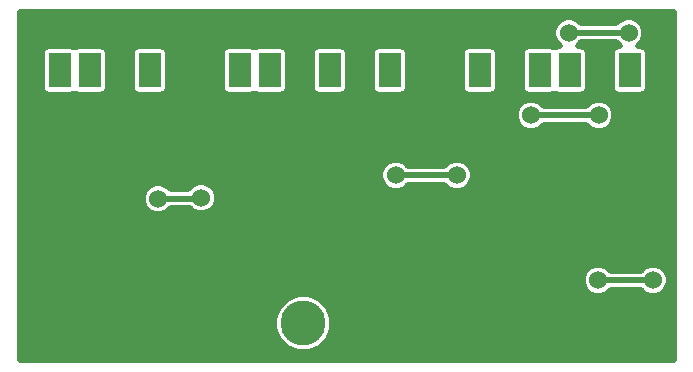
<source format=gbr>
G04 #@! TF.GenerationSoftware,KiCad,Pcbnew,(5.0.0)*
G04 #@! TF.CreationDate,2018-09-03T02:12:29-03:00*
G04 #@! TF.ProjectId,Signal,5369676E616C2E6B696361645F706362,rev?*
G04 #@! TF.SameCoordinates,Original*
G04 #@! TF.FileFunction,Copper,L1,Top,Signal*
G04 #@! TF.FilePolarity,Positive*
%FSLAX46Y46*%
G04 Gerber Fmt 4.6, Leading zero omitted, Abs format (unit mm)*
G04 Created by KiCad (PCBNEW (5.0.0)) date 09/03/18 02:12:29*
%MOMM*%
%LPD*%
G01*
G04 APERTURE LIST*
G04 #@! TA.AperFunction,ComponentPad*
%ADD10R,1.900000X3.000000*%
G04 #@! TD*
G04 #@! TA.AperFunction,ComponentPad*
%ADD11C,3.800000*%
G04 #@! TD*
G04 #@! TA.AperFunction,ViaPad*
%ADD12C,1.524000*%
G04 #@! TD*
G04 #@! TA.AperFunction,Conductor*
%ADD13C,0.508000*%
G04 #@! TD*
G04 APERTURE END LIST*
D10*
G04 #@! TO.P,U2,14*
G04 #@! TO.N,/BatOVInterrupt*
X68017005Y-19064395D03*
G04 #@! TO.P,U2,13*
G04 #@! TO.N,/Vbat*
X62937005Y-19064395D03*
G04 #@! TO.P,U2,12*
G04 #@! TO.N,GNDA*
X60397005Y-19064395D03*
G04 #@! TO.P,U2,11*
X57857005Y-19064395D03*
G04 #@! TO.P,U2,10*
G04 #@! TO.N,/Vbat_SIG_IN*
X55317005Y-19064395D03*
G04 #@! TO.P,U2,9*
G04 #@! TO.N,/Ipanel*
X50237005Y-19064395D03*
G04 #@! TO.P,U2,8*
G04 #@! TO.N,GNDA*
X47697005Y-19064395D03*
G04 #@! TO.P,U2,7*
G04 #@! TO.N,/Ipanel_Ref*
X45157005Y-19064395D03*
G04 #@! TO.P,U2,6*
G04 #@! TO.N,/Ipanel_SIG*
X42617005Y-19064395D03*
G04 #@! TO.P,U2,5*
G04 #@! TO.N,GNDA*
X40077005Y-19064395D03*
G04 #@! TO.P,U2,4*
G04 #@! TO.N,/Vpanel*
X34997005Y-19064395D03*
G04 #@! TO.P,U2,3*
G04 #@! TO.N,GNDA*
X32457005Y-19064395D03*
G04 #@! TO.P,U2,2*
G04 #@! TO.N,/Vpanel_SIG*
X29917005Y-19064395D03*
G04 #@! TO.P,U2,1*
G04 #@! TO.N,/Vpanel_Ref*
X27377005Y-19064395D03*
G04 #@! TO.P,U2,15*
G04 #@! TO.N,/PWM*
X70557005Y-19064395D03*
G04 #@! TO.P,U2,16*
G04 #@! TO.N,GNDA*
X73097005Y-19064395D03*
G04 #@! TO.P,U2,17*
G04 #@! TO.N,+5VA*
X75637005Y-19064395D03*
G04 #@! TD*
D11*
G04 #@! TO.P,MK1,1*
G04 #@! TO.N,N/C*
X48006000Y-40482000D03*
G04 #@! TD*
D12*
G04 #@! TO.N,GNDA*
X35726000Y-32008002D03*
X62865000Y-29845000D03*
X57734190Y-29845000D03*
X40894000Y-32004000D03*
G04 #@! TO.N,+5VA*
X35726000Y-29929187D03*
X67310000Y-22860000D03*
X39370000Y-29845000D03*
X73025000Y-22860000D03*
G04 #@! TO.N,/BatOVInterrupt*
X72974200Y-36830000D03*
X75565000Y-15875000D03*
X70485000Y-15875000D03*
X77623188Y-36830000D03*
G04 #@! TO.N,/Vbat_SIG_IN*
X61010810Y-27939998D03*
X55829190Y-27940000D03*
G04 #@! TD*
D13*
G04 #@! TO.N,GNDA*
X35730002Y-32004000D02*
X35726000Y-32008002D01*
X62865000Y-29845000D02*
X57734190Y-29845000D01*
X40889998Y-32008002D02*
X40894000Y-32004000D01*
X35726000Y-32008002D02*
X40889998Y-32008002D01*
G04 #@! TO.N,+5VA*
X38875613Y-29929187D02*
X39296800Y-29508000D01*
X35726000Y-29929187D02*
X38875613Y-29929187D01*
X35768813Y-29972000D02*
X35726000Y-29929187D01*
X67310000Y-22860000D02*
X73025000Y-22860000D01*
G04 #@! TO.N,/BatOVInterrupt*
X75565000Y-15875000D02*
X70485000Y-15875000D01*
X72974200Y-36830000D02*
X77623188Y-36830000D01*
G04 #@! TO.N,/Vbat_SIG_IN*
X55829192Y-27939998D02*
X55829190Y-27940000D01*
X61010810Y-27939998D02*
X55829192Y-27939998D01*
G04 #@! TD*
G04 #@! TO.N,GNDA*
G36*
X79401200Y-43587200D02*
X23976800Y-43587200D01*
X23976800Y-39992914D01*
X45547200Y-39992914D01*
X45547200Y-40971086D01*
X45921530Y-41874798D01*
X46613202Y-42566470D01*
X47516914Y-42940800D01*
X48495086Y-42940800D01*
X49398798Y-42566470D01*
X50090470Y-41874798D01*
X50464800Y-40971086D01*
X50464800Y-39992914D01*
X50090470Y-39089202D01*
X49398798Y-38397530D01*
X48495086Y-38023200D01*
X47516914Y-38023200D01*
X46613202Y-38397530D01*
X45921530Y-39089202D01*
X45547200Y-39992914D01*
X23976800Y-39992914D01*
X23976800Y-36567277D01*
X71653400Y-36567277D01*
X71653400Y-37092723D01*
X71854480Y-37578173D01*
X72226027Y-37949720D01*
X72711477Y-38150800D01*
X73236923Y-38150800D01*
X73722373Y-37949720D01*
X74029293Y-37642800D01*
X76568095Y-37642800D01*
X76875015Y-37949720D01*
X77360465Y-38150800D01*
X77885911Y-38150800D01*
X78371361Y-37949720D01*
X78742908Y-37578173D01*
X78943988Y-37092723D01*
X78943988Y-36567277D01*
X78742908Y-36081827D01*
X78371361Y-35710280D01*
X77885911Y-35509200D01*
X77360465Y-35509200D01*
X76875015Y-35710280D01*
X76568095Y-36017200D01*
X74029293Y-36017200D01*
X73722373Y-35710280D01*
X73236923Y-35509200D01*
X72711477Y-35509200D01*
X72226027Y-35710280D01*
X71854480Y-36081827D01*
X71653400Y-36567277D01*
X23976800Y-36567277D01*
X23976800Y-29666464D01*
X34405200Y-29666464D01*
X34405200Y-30191910D01*
X34606280Y-30677360D01*
X34977827Y-31048907D01*
X35463277Y-31249987D01*
X35988723Y-31249987D01*
X36474173Y-31048907D01*
X36781093Y-30741987D01*
X38399094Y-30741987D01*
X38621827Y-30964720D01*
X39107277Y-31165800D01*
X39632723Y-31165800D01*
X40118173Y-30964720D01*
X40489720Y-30593173D01*
X40690800Y-30107723D01*
X40690800Y-29582277D01*
X40489720Y-29096827D01*
X40118173Y-28725280D01*
X39632723Y-28524200D01*
X39107277Y-28524200D01*
X38621827Y-28725280D01*
X38250280Y-29096827D01*
X38242178Y-29116387D01*
X36781093Y-29116387D01*
X36474173Y-28809467D01*
X35988723Y-28608387D01*
X35463277Y-28608387D01*
X34977827Y-28809467D01*
X34606280Y-29181014D01*
X34405200Y-29666464D01*
X23976800Y-29666464D01*
X23976800Y-27677277D01*
X54508390Y-27677277D01*
X54508390Y-28202723D01*
X54709470Y-28688173D01*
X55081017Y-29059720D01*
X55566467Y-29260800D01*
X56091913Y-29260800D01*
X56577363Y-29059720D01*
X56884285Y-28752798D01*
X59955717Y-28752798D01*
X60262637Y-29059718D01*
X60748087Y-29260798D01*
X61273533Y-29260798D01*
X61758983Y-29059718D01*
X62130530Y-28688171D01*
X62331610Y-28202721D01*
X62331610Y-27677275D01*
X62130530Y-27191825D01*
X61758983Y-26820278D01*
X61273533Y-26619198D01*
X60748087Y-26619198D01*
X60262637Y-26820278D01*
X59955717Y-27127198D01*
X56884281Y-27127198D01*
X56577363Y-26820280D01*
X56091913Y-26619200D01*
X55566467Y-26619200D01*
X55081017Y-26820280D01*
X54709470Y-27191827D01*
X54508390Y-27677277D01*
X23976800Y-27677277D01*
X23976800Y-22597277D01*
X65989200Y-22597277D01*
X65989200Y-23122723D01*
X66190280Y-23608173D01*
X66561827Y-23979720D01*
X67047277Y-24180800D01*
X67572723Y-24180800D01*
X68058173Y-23979720D01*
X68365093Y-23672800D01*
X71969907Y-23672800D01*
X72276827Y-23979720D01*
X72762277Y-24180800D01*
X73287723Y-24180800D01*
X73773173Y-23979720D01*
X74144720Y-23608173D01*
X74345800Y-23122723D01*
X74345800Y-22597277D01*
X74144720Y-22111827D01*
X73773173Y-21740280D01*
X73287723Y-21539200D01*
X72762277Y-21539200D01*
X72276827Y-21740280D01*
X71969907Y-22047200D01*
X68365093Y-22047200D01*
X68058173Y-21740280D01*
X67572723Y-21539200D01*
X67047277Y-21539200D01*
X66561827Y-21740280D01*
X66190280Y-22111827D01*
X65989200Y-22597277D01*
X23976800Y-22597277D01*
X23976800Y-17564395D01*
X25857258Y-17564395D01*
X25857258Y-20564395D01*
X25900627Y-20782428D01*
X26024133Y-20967267D01*
X26208972Y-21090773D01*
X26427005Y-21134142D01*
X28327005Y-21134142D01*
X28545038Y-21090773D01*
X28647005Y-21022641D01*
X28748972Y-21090773D01*
X28967005Y-21134142D01*
X30867005Y-21134142D01*
X31085038Y-21090773D01*
X31269877Y-20967267D01*
X31393383Y-20782428D01*
X31436752Y-20564395D01*
X31436752Y-17564395D01*
X33477258Y-17564395D01*
X33477258Y-20564395D01*
X33520627Y-20782428D01*
X33644133Y-20967267D01*
X33828972Y-21090773D01*
X34047005Y-21134142D01*
X35947005Y-21134142D01*
X36165038Y-21090773D01*
X36349877Y-20967267D01*
X36473383Y-20782428D01*
X36516752Y-20564395D01*
X36516752Y-17564395D01*
X41097258Y-17564395D01*
X41097258Y-20564395D01*
X41140627Y-20782428D01*
X41264133Y-20967267D01*
X41448972Y-21090773D01*
X41667005Y-21134142D01*
X43567005Y-21134142D01*
X43785038Y-21090773D01*
X43887005Y-21022641D01*
X43988972Y-21090773D01*
X44207005Y-21134142D01*
X46107005Y-21134142D01*
X46325038Y-21090773D01*
X46509877Y-20967267D01*
X46633383Y-20782428D01*
X46676752Y-20564395D01*
X46676752Y-17564395D01*
X48717258Y-17564395D01*
X48717258Y-20564395D01*
X48760627Y-20782428D01*
X48884133Y-20967267D01*
X49068972Y-21090773D01*
X49287005Y-21134142D01*
X51187005Y-21134142D01*
X51405038Y-21090773D01*
X51589877Y-20967267D01*
X51713383Y-20782428D01*
X51756752Y-20564395D01*
X51756752Y-17564395D01*
X53797258Y-17564395D01*
X53797258Y-20564395D01*
X53840627Y-20782428D01*
X53964133Y-20967267D01*
X54148972Y-21090773D01*
X54367005Y-21134142D01*
X56267005Y-21134142D01*
X56485038Y-21090773D01*
X56669877Y-20967267D01*
X56793383Y-20782428D01*
X56836752Y-20564395D01*
X56836752Y-17564395D01*
X61417258Y-17564395D01*
X61417258Y-20564395D01*
X61460627Y-20782428D01*
X61584133Y-20967267D01*
X61768972Y-21090773D01*
X61987005Y-21134142D01*
X63887005Y-21134142D01*
X64105038Y-21090773D01*
X64289877Y-20967267D01*
X64413383Y-20782428D01*
X64456752Y-20564395D01*
X64456752Y-17564395D01*
X66497258Y-17564395D01*
X66497258Y-20564395D01*
X66540627Y-20782428D01*
X66664133Y-20967267D01*
X66848972Y-21090773D01*
X67067005Y-21134142D01*
X68967005Y-21134142D01*
X69185038Y-21090773D01*
X69287005Y-21022641D01*
X69388972Y-21090773D01*
X69607005Y-21134142D01*
X71507005Y-21134142D01*
X71725038Y-21090773D01*
X71909877Y-20967267D01*
X72033383Y-20782428D01*
X72076752Y-20564395D01*
X72076752Y-17564395D01*
X72033383Y-17346362D01*
X71909877Y-17161523D01*
X71725038Y-17038017D01*
X71507005Y-16994648D01*
X71233245Y-16994648D01*
X71540093Y-16687800D01*
X74509907Y-16687800D01*
X74816755Y-16994648D01*
X74687005Y-16994648D01*
X74468972Y-17038017D01*
X74284133Y-17161523D01*
X74160627Y-17346362D01*
X74117258Y-17564395D01*
X74117258Y-20564395D01*
X74160627Y-20782428D01*
X74284133Y-20967267D01*
X74468972Y-21090773D01*
X74687005Y-21134142D01*
X76587005Y-21134142D01*
X76805038Y-21090773D01*
X76989877Y-20967267D01*
X77113383Y-20782428D01*
X77156752Y-20564395D01*
X77156752Y-17564395D01*
X77113383Y-17346362D01*
X76989877Y-17161523D01*
X76805038Y-17038017D01*
X76587005Y-16994648D01*
X76313245Y-16994648D01*
X76684720Y-16623173D01*
X76885800Y-16137723D01*
X76885800Y-15612277D01*
X76684720Y-15126827D01*
X76313173Y-14755280D01*
X75827723Y-14554200D01*
X75302277Y-14554200D01*
X74816827Y-14755280D01*
X74509907Y-15062200D01*
X71540093Y-15062200D01*
X71233173Y-14755280D01*
X70747723Y-14554200D01*
X70222277Y-14554200D01*
X69736827Y-14755280D01*
X69365280Y-15126827D01*
X69164200Y-15612277D01*
X69164200Y-16137723D01*
X69365280Y-16623173D01*
X69736755Y-16994648D01*
X69607005Y-16994648D01*
X69388972Y-17038017D01*
X69287005Y-17106149D01*
X69185038Y-17038017D01*
X68967005Y-16994648D01*
X67067005Y-16994648D01*
X66848972Y-17038017D01*
X66664133Y-17161523D01*
X66540627Y-17346362D01*
X66497258Y-17564395D01*
X64456752Y-17564395D01*
X64413383Y-17346362D01*
X64289877Y-17161523D01*
X64105038Y-17038017D01*
X63887005Y-16994648D01*
X61987005Y-16994648D01*
X61768972Y-17038017D01*
X61584133Y-17161523D01*
X61460627Y-17346362D01*
X61417258Y-17564395D01*
X56836752Y-17564395D01*
X56793383Y-17346362D01*
X56669877Y-17161523D01*
X56485038Y-17038017D01*
X56267005Y-16994648D01*
X54367005Y-16994648D01*
X54148972Y-17038017D01*
X53964133Y-17161523D01*
X53840627Y-17346362D01*
X53797258Y-17564395D01*
X51756752Y-17564395D01*
X51713383Y-17346362D01*
X51589877Y-17161523D01*
X51405038Y-17038017D01*
X51187005Y-16994648D01*
X49287005Y-16994648D01*
X49068972Y-17038017D01*
X48884133Y-17161523D01*
X48760627Y-17346362D01*
X48717258Y-17564395D01*
X46676752Y-17564395D01*
X46633383Y-17346362D01*
X46509877Y-17161523D01*
X46325038Y-17038017D01*
X46107005Y-16994648D01*
X44207005Y-16994648D01*
X43988972Y-17038017D01*
X43887005Y-17106149D01*
X43785038Y-17038017D01*
X43567005Y-16994648D01*
X41667005Y-16994648D01*
X41448972Y-17038017D01*
X41264133Y-17161523D01*
X41140627Y-17346362D01*
X41097258Y-17564395D01*
X36516752Y-17564395D01*
X36473383Y-17346362D01*
X36349877Y-17161523D01*
X36165038Y-17038017D01*
X35947005Y-16994648D01*
X34047005Y-16994648D01*
X33828972Y-17038017D01*
X33644133Y-17161523D01*
X33520627Y-17346362D01*
X33477258Y-17564395D01*
X31436752Y-17564395D01*
X31393383Y-17346362D01*
X31269877Y-17161523D01*
X31085038Y-17038017D01*
X30867005Y-16994648D01*
X28967005Y-16994648D01*
X28748972Y-17038017D01*
X28647005Y-17106149D01*
X28545038Y-17038017D01*
X28327005Y-16994648D01*
X26427005Y-16994648D01*
X26208972Y-17038017D01*
X26024133Y-17161523D01*
X25900627Y-17346362D01*
X25857258Y-17564395D01*
X23976800Y-17564395D01*
X23976800Y-14070800D01*
X79401201Y-14070800D01*
X79401200Y-43587200D01*
X79401200Y-43587200D01*
G37*
X79401200Y-43587200D02*
X23976800Y-43587200D01*
X23976800Y-39992914D01*
X45547200Y-39992914D01*
X45547200Y-40971086D01*
X45921530Y-41874798D01*
X46613202Y-42566470D01*
X47516914Y-42940800D01*
X48495086Y-42940800D01*
X49398798Y-42566470D01*
X50090470Y-41874798D01*
X50464800Y-40971086D01*
X50464800Y-39992914D01*
X50090470Y-39089202D01*
X49398798Y-38397530D01*
X48495086Y-38023200D01*
X47516914Y-38023200D01*
X46613202Y-38397530D01*
X45921530Y-39089202D01*
X45547200Y-39992914D01*
X23976800Y-39992914D01*
X23976800Y-36567277D01*
X71653400Y-36567277D01*
X71653400Y-37092723D01*
X71854480Y-37578173D01*
X72226027Y-37949720D01*
X72711477Y-38150800D01*
X73236923Y-38150800D01*
X73722373Y-37949720D01*
X74029293Y-37642800D01*
X76568095Y-37642800D01*
X76875015Y-37949720D01*
X77360465Y-38150800D01*
X77885911Y-38150800D01*
X78371361Y-37949720D01*
X78742908Y-37578173D01*
X78943988Y-37092723D01*
X78943988Y-36567277D01*
X78742908Y-36081827D01*
X78371361Y-35710280D01*
X77885911Y-35509200D01*
X77360465Y-35509200D01*
X76875015Y-35710280D01*
X76568095Y-36017200D01*
X74029293Y-36017200D01*
X73722373Y-35710280D01*
X73236923Y-35509200D01*
X72711477Y-35509200D01*
X72226027Y-35710280D01*
X71854480Y-36081827D01*
X71653400Y-36567277D01*
X23976800Y-36567277D01*
X23976800Y-29666464D01*
X34405200Y-29666464D01*
X34405200Y-30191910D01*
X34606280Y-30677360D01*
X34977827Y-31048907D01*
X35463277Y-31249987D01*
X35988723Y-31249987D01*
X36474173Y-31048907D01*
X36781093Y-30741987D01*
X38399094Y-30741987D01*
X38621827Y-30964720D01*
X39107277Y-31165800D01*
X39632723Y-31165800D01*
X40118173Y-30964720D01*
X40489720Y-30593173D01*
X40690800Y-30107723D01*
X40690800Y-29582277D01*
X40489720Y-29096827D01*
X40118173Y-28725280D01*
X39632723Y-28524200D01*
X39107277Y-28524200D01*
X38621827Y-28725280D01*
X38250280Y-29096827D01*
X38242178Y-29116387D01*
X36781093Y-29116387D01*
X36474173Y-28809467D01*
X35988723Y-28608387D01*
X35463277Y-28608387D01*
X34977827Y-28809467D01*
X34606280Y-29181014D01*
X34405200Y-29666464D01*
X23976800Y-29666464D01*
X23976800Y-27677277D01*
X54508390Y-27677277D01*
X54508390Y-28202723D01*
X54709470Y-28688173D01*
X55081017Y-29059720D01*
X55566467Y-29260800D01*
X56091913Y-29260800D01*
X56577363Y-29059720D01*
X56884285Y-28752798D01*
X59955717Y-28752798D01*
X60262637Y-29059718D01*
X60748087Y-29260798D01*
X61273533Y-29260798D01*
X61758983Y-29059718D01*
X62130530Y-28688171D01*
X62331610Y-28202721D01*
X62331610Y-27677275D01*
X62130530Y-27191825D01*
X61758983Y-26820278D01*
X61273533Y-26619198D01*
X60748087Y-26619198D01*
X60262637Y-26820278D01*
X59955717Y-27127198D01*
X56884281Y-27127198D01*
X56577363Y-26820280D01*
X56091913Y-26619200D01*
X55566467Y-26619200D01*
X55081017Y-26820280D01*
X54709470Y-27191827D01*
X54508390Y-27677277D01*
X23976800Y-27677277D01*
X23976800Y-22597277D01*
X65989200Y-22597277D01*
X65989200Y-23122723D01*
X66190280Y-23608173D01*
X66561827Y-23979720D01*
X67047277Y-24180800D01*
X67572723Y-24180800D01*
X68058173Y-23979720D01*
X68365093Y-23672800D01*
X71969907Y-23672800D01*
X72276827Y-23979720D01*
X72762277Y-24180800D01*
X73287723Y-24180800D01*
X73773173Y-23979720D01*
X74144720Y-23608173D01*
X74345800Y-23122723D01*
X74345800Y-22597277D01*
X74144720Y-22111827D01*
X73773173Y-21740280D01*
X73287723Y-21539200D01*
X72762277Y-21539200D01*
X72276827Y-21740280D01*
X71969907Y-22047200D01*
X68365093Y-22047200D01*
X68058173Y-21740280D01*
X67572723Y-21539200D01*
X67047277Y-21539200D01*
X66561827Y-21740280D01*
X66190280Y-22111827D01*
X65989200Y-22597277D01*
X23976800Y-22597277D01*
X23976800Y-17564395D01*
X25857258Y-17564395D01*
X25857258Y-20564395D01*
X25900627Y-20782428D01*
X26024133Y-20967267D01*
X26208972Y-21090773D01*
X26427005Y-21134142D01*
X28327005Y-21134142D01*
X28545038Y-21090773D01*
X28647005Y-21022641D01*
X28748972Y-21090773D01*
X28967005Y-21134142D01*
X30867005Y-21134142D01*
X31085038Y-21090773D01*
X31269877Y-20967267D01*
X31393383Y-20782428D01*
X31436752Y-20564395D01*
X31436752Y-17564395D01*
X33477258Y-17564395D01*
X33477258Y-20564395D01*
X33520627Y-20782428D01*
X33644133Y-20967267D01*
X33828972Y-21090773D01*
X34047005Y-21134142D01*
X35947005Y-21134142D01*
X36165038Y-21090773D01*
X36349877Y-20967267D01*
X36473383Y-20782428D01*
X36516752Y-20564395D01*
X36516752Y-17564395D01*
X41097258Y-17564395D01*
X41097258Y-20564395D01*
X41140627Y-20782428D01*
X41264133Y-20967267D01*
X41448972Y-21090773D01*
X41667005Y-21134142D01*
X43567005Y-21134142D01*
X43785038Y-21090773D01*
X43887005Y-21022641D01*
X43988972Y-21090773D01*
X44207005Y-21134142D01*
X46107005Y-21134142D01*
X46325038Y-21090773D01*
X46509877Y-20967267D01*
X46633383Y-20782428D01*
X46676752Y-20564395D01*
X46676752Y-17564395D01*
X48717258Y-17564395D01*
X48717258Y-20564395D01*
X48760627Y-20782428D01*
X48884133Y-20967267D01*
X49068972Y-21090773D01*
X49287005Y-21134142D01*
X51187005Y-21134142D01*
X51405038Y-21090773D01*
X51589877Y-20967267D01*
X51713383Y-20782428D01*
X51756752Y-20564395D01*
X51756752Y-17564395D01*
X53797258Y-17564395D01*
X53797258Y-20564395D01*
X53840627Y-20782428D01*
X53964133Y-20967267D01*
X54148972Y-21090773D01*
X54367005Y-21134142D01*
X56267005Y-21134142D01*
X56485038Y-21090773D01*
X56669877Y-20967267D01*
X56793383Y-20782428D01*
X56836752Y-20564395D01*
X56836752Y-17564395D01*
X61417258Y-17564395D01*
X61417258Y-20564395D01*
X61460627Y-20782428D01*
X61584133Y-20967267D01*
X61768972Y-21090773D01*
X61987005Y-21134142D01*
X63887005Y-21134142D01*
X64105038Y-21090773D01*
X64289877Y-20967267D01*
X64413383Y-20782428D01*
X64456752Y-20564395D01*
X64456752Y-17564395D01*
X66497258Y-17564395D01*
X66497258Y-20564395D01*
X66540627Y-20782428D01*
X66664133Y-20967267D01*
X66848972Y-21090773D01*
X67067005Y-21134142D01*
X68967005Y-21134142D01*
X69185038Y-21090773D01*
X69287005Y-21022641D01*
X69388972Y-21090773D01*
X69607005Y-21134142D01*
X71507005Y-21134142D01*
X71725038Y-21090773D01*
X71909877Y-20967267D01*
X72033383Y-20782428D01*
X72076752Y-20564395D01*
X72076752Y-17564395D01*
X72033383Y-17346362D01*
X71909877Y-17161523D01*
X71725038Y-17038017D01*
X71507005Y-16994648D01*
X71233245Y-16994648D01*
X71540093Y-16687800D01*
X74509907Y-16687800D01*
X74816755Y-16994648D01*
X74687005Y-16994648D01*
X74468972Y-17038017D01*
X74284133Y-17161523D01*
X74160627Y-17346362D01*
X74117258Y-17564395D01*
X74117258Y-20564395D01*
X74160627Y-20782428D01*
X74284133Y-20967267D01*
X74468972Y-21090773D01*
X74687005Y-21134142D01*
X76587005Y-21134142D01*
X76805038Y-21090773D01*
X76989877Y-20967267D01*
X77113383Y-20782428D01*
X77156752Y-20564395D01*
X77156752Y-17564395D01*
X77113383Y-17346362D01*
X76989877Y-17161523D01*
X76805038Y-17038017D01*
X76587005Y-16994648D01*
X76313245Y-16994648D01*
X76684720Y-16623173D01*
X76885800Y-16137723D01*
X76885800Y-15612277D01*
X76684720Y-15126827D01*
X76313173Y-14755280D01*
X75827723Y-14554200D01*
X75302277Y-14554200D01*
X74816827Y-14755280D01*
X74509907Y-15062200D01*
X71540093Y-15062200D01*
X71233173Y-14755280D01*
X70747723Y-14554200D01*
X70222277Y-14554200D01*
X69736827Y-14755280D01*
X69365280Y-15126827D01*
X69164200Y-15612277D01*
X69164200Y-16137723D01*
X69365280Y-16623173D01*
X69736755Y-16994648D01*
X69607005Y-16994648D01*
X69388972Y-17038017D01*
X69287005Y-17106149D01*
X69185038Y-17038017D01*
X68967005Y-16994648D01*
X67067005Y-16994648D01*
X66848972Y-17038017D01*
X66664133Y-17161523D01*
X66540627Y-17346362D01*
X66497258Y-17564395D01*
X64456752Y-17564395D01*
X64413383Y-17346362D01*
X64289877Y-17161523D01*
X64105038Y-17038017D01*
X63887005Y-16994648D01*
X61987005Y-16994648D01*
X61768972Y-17038017D01*
X61584133Y-17161523D01*
X61460627Y-17346362D01*
X61417258Y-17564395D01*
X56836752Y-17564395D01*
X56793383Y-17346362D01*
X56669877Y-17161523D01*
X56485038Y-17038017D01*
X56267005Y-16994648D01*
X54367005Y-16994648D01*
X54148972Y-17038017D01*
X53964133Y-17161523D01*
X53840627Y-17346362D01*
X53797258Y-17564395D01*
X51756752Y-17564395D01*
X51713383Y-17346362D01*
X51589877Y-17161523D01*
X51405038Y-17038017D01*
X51187005Y-16994648D01*
X49287005Y-16994648D01*
X49068972Y-17038017D01*
X48884133Y-17161523D01*
X48760627Y-17346362D01*
X48717258Y-17564395D01*
X46676752Y-17564395D01*
X46633383Y-17346362D01*
X46509877Y-17161523D01*
X46325038Y-17038017D01*
X46107005Y-16994648D01*
X44207005Y-16994648D01*
X43988972Y-17038017D01*
X43887005Y-17106149D01*
X43785038Y-17038017D01*
X43567005Y-16994648D01*
X41667005Y-16994648D01*
X41448972Y-17038017D01*
X41264133Y-17161523D01*
X41140627Y-17346362D01*
X41097258Y-17564395D01*
X36516752Y-17564395D01*
X36473383Y-17346362D01*
X36349877Y-17161523D01*
X36165038Y-17038017D01*
X35947005Y-16994648D01*
X34047005Y-16994648D01*
X33828972Y-17038017D01*
X33644133Y-17161523D01*
X33520627Y-17346362D01*
X33477258Y-17564395D01*
X31436752Y-17564395D01*
X31393383Y-17346362D01*
X31269877Y-17161523D01*
X31085038Y-17038017D01*
X30867005Y-16994648D01*
X28967005Y-16994648D01*
X28748972Y-17038017D01*
X28647005Y-17106149D01*
X28545038Y-17038017D01*
X28327005Y-16994648D01*
X26427005Y-16994648D01*
X26208972Y-17038017D01*
X26024133Y-17161523D01*
X25900627Y-17346362D01*
X25857258Y-17564395D01*
X23976800Y-17564395D01*
X23976800Y-14070800D01*
X79401201Y-14070800D01*
X79401200Y-43587200D01*
G04 #@! TD*
M02*

</source>
